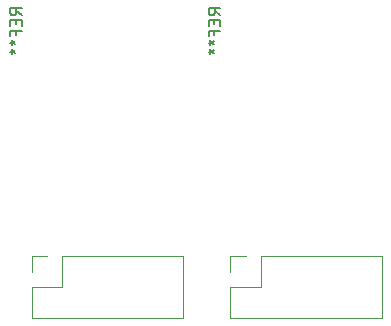
<source format=gbr>
G04 #@! TF.GenerationSoftware,KiCad,Pcbnew,5.1.5-52549c5~84~ubuntu16.04.1*
G04 #@! TF.CreationDate,2020-01-11T14:28:59-08:00*
G04 #@! TF.ProjectId,frame_corners,6672616d-655f-4636-9f72-6e6572732e6b,rev?*
G04 #@! TF.SameCoordinates,Original*
G04 #@! TF.FileFunction,Legend,Bot*
G04 #@! TF.FilePolarity,Positive*
%FSLAX46Y46*%
G04 Gerber Fmt 4.6, Leading zero omitted, Abs format (unit mm)*
G04 Created by KiCad (PCBNEW 5.1.5-52549c5~84~ubuntu16.04.1) date 2020-01-11 14:28:59*
%MOMM*%
%LPD*%
G04 APERTURE LIST*
%ADD10C,0.120000*%
%ADD11C,0.150000*%
G04 APERTURE END LIST*
D10*
X-378510000Y549930000D02*
X-378510000Y544730000D01*
X-388730000Y549930000D02*
X-378510000Y549930000D01*
X-391330000Y544730000D02*
X-378510000Y544730000D01*
X-388730000Y549930000D02*
X-388730000Y547330000D01*
X-388730000Y547330000D02*
X-391330000Y547330000D01*
X-391330000Y547330000D02*
X-391330000Y544730000D01*
X-390000000Y549930000D02*
X-391330000Y549930000D01*
X-391330000Y549930000D02*
X-391330000Y548600000D01*
X-374530000Y549930000D02*
X-374530000Y548600000D01*
X-373200000Y549930000D02*
X-374530000Y549930000D01*
X-374530000Y547330000D02*
X-374530000Y544730000D01*
X-371930000Y547330000D02*
X-374530000Y547330000D01*
X-371930000Y549930000D02*
X-371930000Y547330000D01*
X-374530000Y544730000D02*
X-361710000Y544730000D01*
X-371930000Y549930000D02*
X-361710000Y549930000D01*
X-361710000Y549930000D02*
X-361710000Y544730000D01*
D11*
X-392147619Y570333333D02*
X-392623809Y570666666D01*
X-392147619Y570904761D02*
X-393147619Y570904761D01*
X-393147619Y570523809D01*
X-393100000Y570428571D01*
X-393052380Y570380952D01*
X-392957142Y570333333D01*
X-392814285Y570333333D01*
X-392719047Y570380952D01*
X-392671428Y570428571D01*
X-392623809Y570523809D01*
X-392623809Y570904761D01*
X-392671428Y569904761D02*
X-392671428Y569571428D01*
X-392147619Y569428571D02*
X-392147619Y569904761D01*
X-393147619Y569904761D01*
X-393147619Y569428571D01*
X-392671428Y568666666D02*
X-392671428Y569000000D01*
X-392147619Y569000000D02*
X-393147619Y569000000D01*
X-393147619Y568523809D01*
X-393147619Y568000000D02*
X-392909523Y568000000D01*
X-393004761Y568238095D02*
X-392909523Y568000000D01*
X-393004761Y567761904D01*
X-392719047Y568142857D02*
X-392909523Y568000000D01*
X-392719047Y567857142D01*
X-393147619Y567238095D02*
X-392909523Y567238095D01*
X-393004761Y567476190D02*
X-392909523Y567238095D01*
X-393004761Y567000000D01*
X-392719047Y567380952D02*
X-392909523Y567238095D01*
X-392719047Y567095238D01*
X-375347619Y570333333D02*
X-375823809Y570666666D01*
X-375347619Y570904761D02*
X-376347619Y570904761D01*
X-376347619Y570523809D01*
X-376300000Y570428571D01*
X-376252380Y570380952D01*
X-376157142Y570333333D01*
X-376014285Y570333333D01*
X-375919047Y570380952D01*
X-375871428Y570428571D01*
X-375823809Y570523809D01*
X-375823809Y570904761D01*
X-375871428Y569904761D02*
X-375871428Y569571428D01*
X-375347619Y569428571D02*
X-375347619Y569904761D01*
X-376347619Y569904761D01*
X-376347619Y569428571D01*
X-375871428Y568666666D02*
X-375871428Y569000000D01*
X-375347619Y569000000D02*
X-376347619Y569000000D01*
X-376347619Y568523809D01*
X-376347619Y568000000D02*
X-376109523Y568000000D01*
X-376204761Y568238095D02*
X-376109523Y568000000D01*
X-376204761Y567761904D01*
X-375919047Y568142857D02*
X-376109523Y568000000D01*
X-375919047Y567857142D01*
X-376347619Y567238095D02*
X-376109523Y567238095D01*
X-376204761Y567476190D02*
X-376109523Y567238095D01*
X-376204761Y567000000D01*
X-375919047Y567380952D02*
X-376109523Y567238095D01*
X-375919047Y567095238D01*
M02*

</source>
